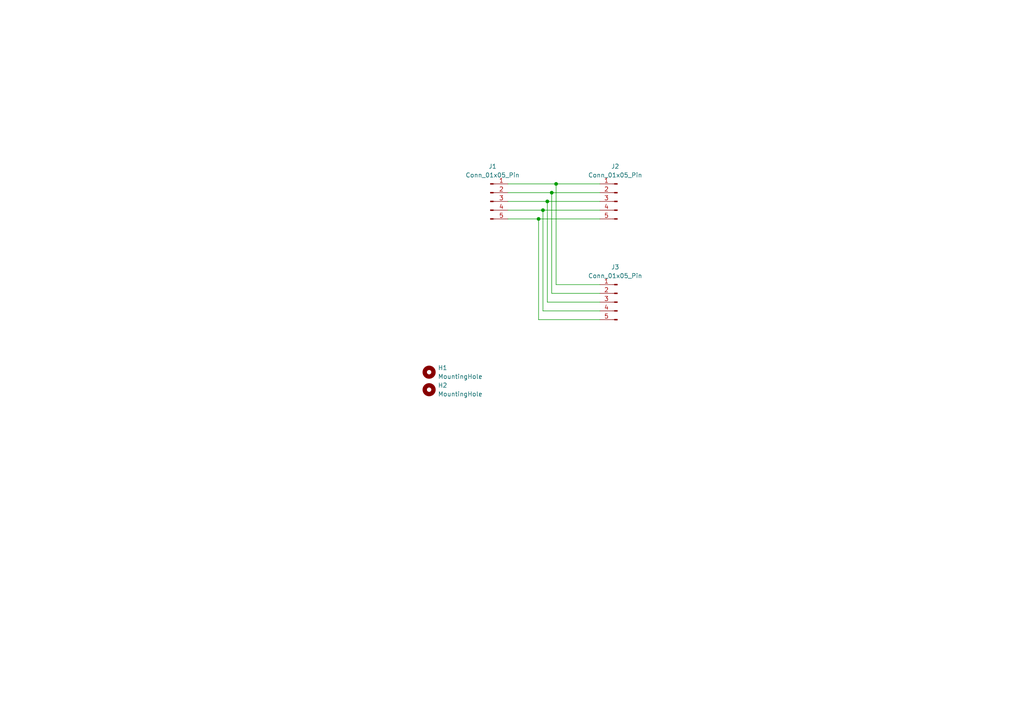
<source format=kicad_sch>
(kicad_sch (version 20230121) (generator eeschema)
  (paper "A4")
  (lib_symbols
    (symbol "Connector:Conn_01x05_Pin" (pin_names (offset 1.016) hide)
      (property "Reference" "J" (at 0 7.62 0))
      (property "Value" "Conn_01x05_Pin" (at 0 -7.62 0))
      (symbol "Conn_01x05_Pin_1_1"
        (polyline (pts (xy 1.27 -5.08) (xy 0.8636 -5.08)) (stroke (width 0.1524)))
        (polyline (pts (xy 1.27 -2.54) (xy 0.8636 -2.54)) (stroke (width 0.1524)))
        (polyline (pts (xy 1.27 0) (xy 0.8636 0)) (stroke (width 0.1524)))
        (polyline (pts (xy 1.27 2.54) (xy 0.8636 2.54)) (stroke (width 0.1524)))
        (polyline (pts (xy 1.27 5.08) (xy 0.8636 5.08)) (stroke (width 0.1524)))
        (rectangle (start 0.8636 -4.953) (end 0 -5.207) (stroke (width 0.1524)) (fill (type outline)))
        (rectangle (start 0.8636 -2.413) (end 0 -2.667) (stroke (width 0.1524)) (fill (type outline)))
        (rectangle (start 0.8636 0.127) (end 0 -0.127) (stroke (width 0.1524)) (fill (type outline)))
        (rectangle (start 0.8636 2.667) (end 0 2.413) (stroke (width 0.1524)) (fill (type outline)))
        (rectangle (start 0.8636 5.207) (end 0 4.953) (stroke (width 0.1524)) (fill (type outline)))
        (pin passive line (at 5.08 5.08 180) (length 3.81) (name "Pin_1") (number "1"))
        (pin passive line (at 5.08 2.54 180) (length 3.81) (name "Pin_2") (number "2"))
        (pin passive line (at 5.08 0 180) (length 3.81) (name "Pin_3") (number "3"))
        (pin passive line (at 5.08 -2.54 180) (length 3.81) (name "Pin_4") (number "4"))
        (pin passive line (at 5.08 -5.08 180) (length 3.81) (name "Pin_5") (number "5"))
      )
    )
    (symbol "Mechanical:MountingHole" (pin_names (offset 1.016))
      (property "Reference" "H" (at 0 5.08 0))
      (property "Value" "MountingHole" (at 0 3.175 0))
      (symbol "MountingHole_0_1"
        (circle (center 0 0) (radius 1.27) (stroke (width 1.27)))
      )
    )
  )
  (junction (at 158.75 58.42))
  (junction (at 161.29 53.34))
  (junction (at 160.02 55.88))
  (junction (at 157.48 60.96))
  (junction (at 156.21 63.5))
  (wire (pts (xy 156.21 92.71) (xy 156.21 63.5)))
  (wire (pts (xy 173.99 87.63) (xy 158.75 87.63)))
  (wire (pts (xy 147.32 60.96) (xy 157.48 60.96)))
  (wire (pts (xy 158.75 58.42) (xy 173.99 58.42)))
  (wire (pts (xy 156.21 63.5) (xy 173.99 63.5)))
  (wire (pts (xy 173.99 85.09) (xy 160.02 85.09)))
  (wire (pts (xy 161.29 53.34) (xy 173.99 53.34)))
  (wire (pts (xy 173.99 90.17) (xy 157.48 90.17)))
  (wire (pts (xy 173.99 82.55) (xy 161.29 82.55)))
  (wire (pts (xy 160.02 55.88) (xy 173.99 55.88)))
  (wire (pts (xy 147.32 58.42) (xy 158.75 58.42)))
  (wire (pts (xy 147.32 53.34) (xy 161.29 53.34)))
  (wire (pts (xy 157.48 90.17) (xy 157.48 60.96)))
  (wire (pts (xy 173.99 92.71) (xy 156.21 92.71)))
  (wire (pts (xy 161.29 82.55) (xy 161.29 53.34)))
  (wire (pts (xy 147.32 55.88) (xy 160.02 55.88)))
  (wire (pts (xy 147.32 63.5) (xy 156.21 63.5)))
  (wire (pts (xy 157.48 60.96) (xy 173.99 60.96)))
  (wire (pts (xy 158.75 87.63) (xy 158.75 58.42)))
  (wire (pts (xy 160.02 85.09) (xy 160.02 55.88)))
  (symbol (lib_id "Connector:Conn_01x05_Pin") (at 179.07 87.63 0) (mirror y) (unit 1)
    (property "Reference" "J3" (at 178.435 77.47 0))
    (property "Value" "Conn_01x05_Pin" (at 178.435 80.01 0))
    (property "Footprint" "Connector_PinHeader_2.54mm:PinHeader_1x05_P2.54mm_Vertical" (effects hide))
  )
  (symbol (lib_id "Connector:Conn_01x05_Pin") (at 142.24 58.42 0) (unit 1)
    (property "Reference" "J1" (at 142.875 48.26 0))
    (property "Value" "Conn_01x05_Pin" (at 142.875 50.8 0))
    (property "Footprint" "Connector_PinHeader_2.54mm:PinHeader_1x05_P2.54mm_Vertical" (effects hide))
  )
  (symbol (lib_id "Mechanical:MountingHole") (at 124.46 107.95 0) (unit 1)
    (property "Reference" "H1" (at 127 106.68 0) (effects (justify left)))
    (property "Value" "MountingHole" (at 127 109.22 0) (effects (justify left)))
    (property "Footprint" "MountingHole:MountingHole_3.2mm_M3" (effects hide))
  )
  (symbol (lib_id "Mechanical:MountingHole") (at 124.46 113.03 0) (unit 1)
    (property "Reference" "H2" (at 127 111.76 0) (effects (justify left)))
    (property "Value" "MountingHole" (at 127 114.3 0) (effects (justify left)))
    (property "Footprint" "MountingHole:MountingHole_3.2mm_M3" (effects hide))
  )
  (symbol (lib_id "Connector:Conn_01x05_Pin") (at 179.07 58.42 0) (mirror y) (unit 1)
    (property "Reference" "J2" (at 178.435 48.26 0))
    (property "Value" "Conn_01x05_Pin" (at 178.435 50.8 0))
    (property "Footprint" "Connector_PinHeader_2.54mm:PinHeader_1x05_P2.54mm_Vertical" (effects hide))
  )
)
</source>
